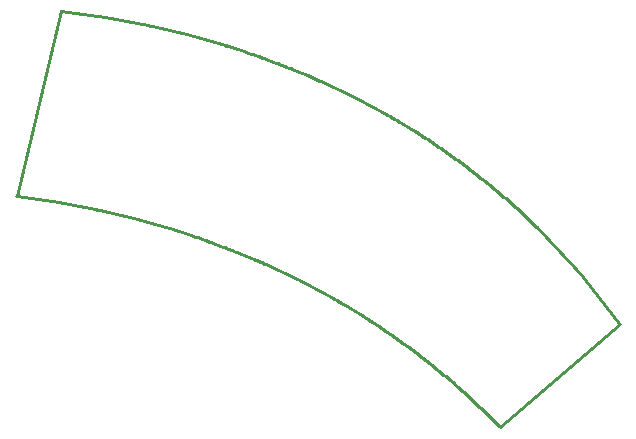
<source format=gko>
G04*
G04 #@! TF.GenerationSoftware,Altium Limited,Altium Designer,22.1.2 (22)*
G04*
G04 Layer_Color=16777215*
%FSAX25Y25*%
%MOIN*%
G70*
G04*
G04 #@! TF.SameCoordinates,556F6484-80C5-4885-8F5C-664A24EEE505*
G04*
G04*
G04 #@! TF.FilePolarity,Positive*
G04*
G01*
G75*
%ADD50C,0.01000*%
D50*
X1203684Y1171649D02*
G03*
X1174298Y1176361I-0062202J-0293974D01*
G01*
X1320669Y1037852D02*
G03*
X1318194Y1040324I-0135251J-0132911D01*
G01*
X1265039Y1080760D02*
G03*
X1242638Y1092056I-0128859J-0227671D01*
G01*
X1217426Y1101833D02*
G03*
X1211551Y1103717I-0089622J-0269369D01*
G01*
X1211197Y1103826D02*
G03*
X1186392Y1110263I-0085498J-0278466D01*
G01*
X1185981Y1110350D02*
G03*
X1159516Y1114726I-0062200J-0293974D01*
G01*
X1274558Y1075089D02*
G03*
X1269161Y1078374I-0133562J-0213395D01*
G01*
X1292258Y1136389D02*
G03*
X1286861Y1139674I-0133562J-0213395D01*
G01*
X1228897Y1165126D02*
G03*
X1204092Y1171563I-0085498J-0278466D01*
G01*
X1235126Y1163133D02*
G03*
X1229251Y1165017I-0089622J-0269369D01*
G01*
X1360615Y1072031D02*
G03*
X1333226Y1104180I-0192801J-0136511D01*
G01*
X1282739Y1142060D02*
G03*
X1260338Y1153356I-0128859J-0227671D01*
G01*
X1315250Y1043150D02*
X1318194Y1040324D01*
X1315250Y1043150D02*
X1315526Y1042880D01*
X1315129Y1043269D02*
X1315250Y1043150D01*
X1315129Y1043269D02*
X1315250Y1043150D01*
X1315020Y1043375D02*
X1315129Y1043269D01*
X1314343Y1044032D02*
X1315020Y1043375D01*
X1313663Y1044686D02*
X1314343Y1044032D01*
X1312981Y1045338D02*
X1313663Y1044686D01*
X1312296Y1045987D02*
X1312981Y1045338D01*
X1311686Y1046561D02*
X1312296Y1045987D01*
X1311073Y1047133D02*
X1311686Y1046561D01*
X1310458Y1047703D02*
X1311073Y1047133D01*
X1309841Y1048271D02*
X1310458Y1047703D01*
X1309222Y1048837D02*
X1309841Y1048271D01*
X1203681Y1171650D02*
X1204092Y1171563D01*
X1159538Y1114781D02*
X1174353Y1176395D01*
X1320635Y1037866D02*
X1360591Y1072058D01*
X1242016Y1092333D02*
X1242036Y1092324D01*
X1241661Y1092490D02*
X1241728Y1092460D01*
X1241595Y1092519D02*
X1241661Y1092490D01*
X1241186Y1092699D02*
X1242036Y1092324D01*
X1241532Y1092547D02*
X1241595Y1092519D01*
X1241468Y1092575D02*
X1241532Y1092547D01*
X1241407Y1092602D02*
X1241468Y1092575D01*
X1241347Y1092628D02*
X1241407Y1092602D01*
X1241290Y1092653D02*
X1241347Y1092628D01*
X1241942Y1092366D02*
X1242016Y1092333D01*
X1241868Y1092398D02*
X1241942Y1092366D01*
X1241796Y1092430D02*
X1241868Y1092398D01*
X1241728Y1092460D02*
X1241796Y1092430D01*
X1241188Y1092698D02*
X1241238Y1092676D01*
X1238782Y1093740D02*
X1239480Y1093441D01*
X1239297Y1093519D02*
X1239370Y1093488D01*
X1239223Y1093551D02*
X1239297Y1093519D01*
X1239149Y1093583D02*
X1239223Y1093551D01*
X1239074Y1093615D02*
X1239149Y1093583D01*
X1238999Y1093647D02*
X1239074Y1093615D01*
X1238924Y1093679D02*
X1238999Y1093647D01*
X1238782Y1093740D02*
X1238924Y1093679D01*
X1237771Y1094170D02*
X1238627Y1093806D01*
X1236914Y1094530D02*
X1237771Y1094170D01*
X1236056Y1094887D02*
X1236914Y1094530D01*
X1235197Y1095242D02*
X1236056Y1094887D01*
X1234336Y1095593D02*
X1235197Y1095242D01*
X1231477Y1096737D02*
X1231533Y1096715D01*
X1232613Y1096287D02*
X1232674Y1096263D01*
X1231747Y1096630D02*
X1232611Y1096288D01*
X1231746Y1096631D02*
X1231747Y1096630D01*
X1231720Y1096641D02*
X1231746Y1096631D01*
X1231655Y1096667D02*
X1231720Y1096641D01*
X1231592Y1096692D02*
X1231655Y1096667D01*
X1231533Y1096715D02*
X1231592Y1096692D01*
X1233474Y1095942D02*
X1234336Y1095593D01*
X1233107Y1096089D02*
X1233474Y1095942D01*
X1232751Y1096232D02*
X1233107Y1096089D01*
X1232613Y1096287D02*
X1233107Y1096089D01*
X1232674Y1096263D02*
X1232751Y1096232D01*
X1232611Y1096288D02*
X1232613Y1096287D01*
X1239370Y1093488D02*
X1239445Y1093456D01*
X1240232Y1093115D02*
X1240284Y1093093D01*
X1240119Y1093164D02*
X1240178Y1093139D01*
X1239997Y1093217D02*
X1240059Y1093190D01*
X1239483Y1093439D02*
X1240335Y1093071D01*
X1239869Y1093273D02*
X1239934Y1093245D01*
X1239802Y1093301D02*
X1239869Y1093273D01*
X1239735Y1093331D02*
X1239802Y1093301D01*
X1239666Y1093361D02*
X1239735Y1093331D01*
X1239593Y1093392D02*
X1239666Y1093361D01*
X1239483Y1093439D02*
X1239520Y1093423D01*
X1239480Y1093441D02*
X1239483Y1093439D01*
X1239445Y1093456D02*
X1239480Y1093441D01*
X1240178Y1093139D02*
X1240232Y1093115D01*
X1240766Y1092883D02*
X1240770Y1092881D01*
X1240772Y1092880D02*
X1240773Y1092880D01*
X1240770Y1092881D02*
X1240772Y1092880D01*
X1240939Y1092807D02*
X1240973Y1092792D01*
X1240909Y1092820D02*
X1240939Y1092807D01*
X1240881Y1092832D02*
X1240909Y1092820D01*
X1240857Y1092843D02*
X1240881Y1092832D01*
X1240836Y1092852D02*
X1240857Y1092843D01*
X1240817Y1092861D02*
X1240836Y1092852D01*
X1240801Y1092867D02*
X1240817Y1092861D01*
X1240789Y1092873D02*
X1240801Y1092867D01*
X1240773Y1092880D02*
X1240775Y1092879D01*
X1240780Y1092877D01*
X1240789Y1092873D01*
X1240771Y1092880D02*
X1241186Y1092699D01*
X1240695Y1092914D02*
X1240716Y1092905D01*
X1240758Y1092886D02*
X1240766Y1092883D01*
X1240747Y1092891D02*
X1240758Y1092886D01*
X1240733Y1092897D02*
X1240747Y1092891D01*
X1240716Y1092905D02*
X1240733Y1092897D01*
X1240671Y1092924D02*
X1240695Y1092914D01*
X1240645Y1092935D02*
X1240671Y1092924D01*
X1240617Y1092948D02*
X1240645Y1092935D01*
X1240585Y1092962D02*
X1240617Y1092948D01*
X1240551Y1092977D02*
X1240585Y1092962D01*
X1240335Y1093071D02*
X1240771Y1092880D01*
X1240512Y1092993D02*
X1240551Y1092977D01*
X1240471Y1093011D02*
X1240512Y1092993D01*
X1240428Y1093030D02*
X1240471Y1093011D01*
X1240382Y1093050D02*
X1240428Y1093030D01*
X1240334Y1093071D02*
X1240382Y1093050D01*
X1242036Y1092324D02*
X1242037Y1092323D01*
X1242393Y1092166D02*
X1242638Y1092056D01*
X1242392Y1092166D02*
X1242638Y1092056D01*
X1242316Y1092200D02*
X1242392Y1092166D01*
X1242241Y1092233D02*
X1242316Y1092200D01*
X1242038Y1092323D02*
X1242393Y1092166D01*
X1242166Y1092266D02*
X1242241Y1092233D01*
X1242091Y1092299D02*
X1242166Y1092266D01*
X1242038Y1092323D02*
X1242091Y1092299D01*
X1242037Y1092323D02*
X1242038Y1092323D01*
X1241011Y1092775D02*
X1241052Y1092758D01*
X1240973Y1092792D02*
X1241011Y1092775D01*
X1241096Y1092738D02*
X1241140Y1092719D01*
X1241052Y1092758D02*
X1241096Y1092738D01*
X1277994Y1072899D02*
X1278014Y1072886D01*
X1278034Y1072873D02*
X1278762Y1072399D01*
X1277994Y1072899D02*
X1278014Y1072886D01*
X1278034Y1072873D01*
X1278762Y1072399D02*
X1279488Y1071922D01*
X1280212Y1071443D01*
X1280937Y1070959D01*
X1281661Y1070473D01*
X1282384Y1069984D01*
X1283104Y1069493D01*
X1283823Y1068998D01*
X1284540Y1068502D01*
X1285252Y1068005D01*
X1276575Y1073814D02*
X1276575Y1073813D01*
X1276566Y1073819D02*
X1276574Y1073814D01*
X1276539Y1073836D02*
X1276566Y1073819D01*
X1276515Y1073851D02*
X1276539Y1073836D01*
X1276494Y1073865D02*
X1276515Y1073851D01*
X1276475Y1073877D02*
X1276494Y1073865D01*
X1276575Y1073813D02*
X1277305Y1073344D01*
X1276427Y1073908D02*
X1276430Y1073906D01*
X1276335Y1073966D02*
X1276356Y1073953D01*
X1276375Y1073941D01*
X1276403Y1073923D02*
X1276413Y1073917D01*
X1276390Y1073931D02*
X1276403Y1073923D01*
X1276375Y1073941D02*
X1276390Y1073931D01*
X1276413Y1073917D02*
X1276420Y1073912D01*
X1276425Y1073909D02*
X1276427Y1073908D01*
X1276420Y1073912D02*
X1276424Y1073910D01*
X1276425Y1073909D01*
X1275109Y1074743D02*
X1275842Y1074280D01*
X1275893Y1074248D02*
X1275942Y1074217D01*
X1275843Y1074280D02*
X1275893Y1074248D01*
X1275842Y1074280D02*
X1275843Y1074280D01*
X1275942Y1074217D02*
X1275989Y1074187D01*
X1276034Y1074158D01*
X1276077Y1074131D01*
X1276459Y1073887D02*
X1276475Y1073877D01*
X1276430Y1073906D02*
X1276436Y1073902D01*
X1276446Y1073895D01*
X1276459Y1073887D01*
X1277919Y1072948D02*
X1277994Y1072899D01*
X1277337Y1073324D02*
X1277405Y1073281D01*
X1277305Y1073344D02*
X1277307Y1073344D01*
X1277307Y1073344D02*
X1277337Y1073324D01*
X1277405Y1073281D02*
X1277476Y1073234D01*
X1277549Y1073188D01*
X1277622Y1073140D01*
X1277307Y1073344D02*
X1277994Y1072899D01*
X1277622Y1073140D02*
X1277697Y1073092D01*
X1277770Y1073044D01*
X1277844Y1072996D01*
X1277919Y1072948D01*
X1276077Y1074131D02*
X1276118Y1074105D01*
X1276157Y1074080D01*
X1276193Y1074057D01*
X1275843Y1074280D02*
X1276575Y1073814D01*
X1276193Y1074057D02*
X1276227Y1074035D01*
X1276258Y1074016D01*
X1276286Y1073998D01*
X1276312Y1073981D01*
X1276335Y1073966D01*
X1297870Y1058542D02*
X1298657Y1057908D01*
X1301001Y1055987D02*
X1301773Y1055343D01*
X1302543Y1054696D01*
X1303310Y1054045D01*
X1305468Y1052184D02*
X1306099Y1051632D01*
X1307979Y1049961D02*
X1308601Y1049400D01*
X1300222Y1056631D02*
X1301001Y1055987D01*
X1299441Y1057271D02*
X1300222Y1056631D01*
X1298657Y1057908D02*
X1299441Y1057271D01*
X1306727Y1051077D02*
X1307354Y1050521D01*
X1306099Y1051632D02*
X1306727Y1051077D01*
X1307354Y1050521D02*
X1307979Y1049961D01*
X1308601Y1049400D02*
X1309222Y1048837D01*
X1285252Y1068005D02*
X1285963Y1067505D01*
X1286671Y1067003D01*
X1287378Y1066499D01*
X1288083Y1065992D01*
X1288786Y1065482D01*
X1304074Y1053391D02*
X1304836Y1052734D01*
X1303310Y1054045D02*
X1304074Y1053391D01*
X1304836Y1052734D02*
X1305468Y1052184D01*
X1288786Y1065482D02*
X1289488Y1064970D01*
X1290187Y1064456D01*
X1290885Y1063939D01*
X1291581Y1063419D01*
X1292275Y1062897D01*
X1293658Y1061845D02*
X1294346Y1061316D01*
X1292275Y1062897D02*
X1292967Y1062372D01*
X1293658Y1061845D01*
X1294346Y1061316D02*
X1295033Y1060784D01*
X1296400Y1059712D02*
X1297081Y1059173D01*
X1295717Y1060249D02*
X1296400Y1059712D01*
X1295033Y1060784D02*
X1295717Y1060249D01*
X1297081Y1059173D02*
X1297870Y1058542D01*
X1217691Y1101745D02*
X1218189Y1101578D01*
X1211197Y1103826D02*
X1211551Y1103717D01*
X1217426Y1101833D02*
X1217691Y1101745D01*
X1185981Y1110350D02*
X1186392Y1110263D01*
X1230914Y1096958D02*
X1230915Y1096957D01*
X1230921Y1096955D02*
X1230929Y1096952D01*
X1230917Y1096957D02*
X1230921Y1096955D01*
X1230915Y1096957D02*
X1230917Y1096957D01*
X1230929Y1096952D02*
X1230940Y1096948D01*
X1230972Y1096935D02*
X1230993Y1096927D01*
X1230954Y1096942D02*
X1230972Y1096935D01*
X1230940Y1096948D02*
X1230954Y1096942D01*
X1231422Y1096759D02*
X1231477Y1096737D01*
X1231370Y1096779D02*
X1231422Y1096759D01*
X1231271Y1096818D02*
X1231319Y1096799D01*
X1231225Y1096836D02*
X1231271Y1096818D01*
X1231182Y1096853D02*
X1231225Y1096836D01*
X1231144Y1096868D02*
X1231182Y1096853D01*
X1231108Y1096882D02*
X1231144Y1096868D01*
X1231075Y1096895D02*
X1231108Y1096882D01*
X1231045Y1096906D02*
X1231075Y1096895D01*
X1231018Y1096917D02*
X1231045Y1096906D01*
X1230993Y1096927D02*
X1231018Y1096917D01*
X1230836Y1096988D02*
X1230858Y1096980D01*
X1230812Y1096998D02*
X1230836Y1096988D01*
X1230786Y1097008D02*
X1230812Y1096998D01*
X1230756Y1097019D02*
X1230786Y1097008D01*
X1230649Y1097061D02*
X1230688Y1097046D01*
X1230724Y1097032D01*
X1230756Y1097019D01*
X1230607Y1097077D02*
X1230649Y1097061D01*
X1230515Y1097113D02*
X1230563Y1097095D01*
X1230415Y1097152D02*
X1230466Y1097132D01*
X1230362Y1097173D02*
X1230415Y1097152D01*
X1230017Y1097307D02*
X1230882Y1096970D01*
X1225656Y1098952D02*
X1226532Y1098628D01*
X1223023Y1099905D02*
X1223182Y1099848D01*
X1224341Y1099432D02*
X1224999Y1099193D01*
X1223682Y1099669D02*
X1224341Y1099432D01*
X1223182Y1099848D02*
X1223682Y1099669D01*
X1224999Y1099193D02*
X1225656Y1098952D01*
X1222506Y1100089D02*
X1223023Y1099905D01*
X1222219Y1100190D02*
X1222506Y1100089D01*
X1221414Y1100473D02*
X1222219Y1100190D01*
X1220609Y1100753D02*
X1221414Y1100473D01*
X1219803Y1101030D02*
X1220609Y1100753D01*
X1218997Y1101305D02*
X1219803Y1101030D01*
X1218189Y1101578D02*
X1218997Y1101305D01*
X1230875Y1096973D02*
X1230890Y1096967D01*
X1230909Y1096960D02*
X1230914Y1096958D01*
X1230901Y1096963D02*
X1230909Y1096960D01*
X1230890Y1096967D02*
X1230901Y1096963D01*
X1230858Y1096980D02*
X1230875Y1096973D01*
X1230017Y1097307D02*
X1230056Y1097291D01*
X1230306Y1097195D02*
X1230362Y1097173D01*
X1230247Y1097218D02*
X1230306Y1097195D01*
X1230185Y1097241D02*
X1230247Y1097218D01*
X1230122Y1097266D02*
X1230185Y1097241D01*
X1230056Y1097291D02*
X1230122Y1097266D01*
X1230016Y1097307D02*
X1230017Y1097307D01*
X1229148Y1097641D02*
X1230016Y1097307D01*
X1229147Y1097642D02*
X1229148Y1097641D01*
X1229128Y1097649D02*
X1229147Y1097642D01*
X1226532Y1098628D02*
X1227406Y1098302D01*
X1228279Y1097972D01*
X1228628Y1097840D02*
X1228908Y1097733D01*
X1229054Y1097677D02*
X1229128Y1097649D01*
X1228908Y1097733D02*
X1229147Y1097642D01*
X1228981Y1097705D02*
X1229054Y1097677D01*
X1228908Y1097733D02*
X1228981Y1097705D01*
X1228628Y1097840D02*
X1228908Y1097733D01*
X1228279Y1097972D02*
X1228628Y1097840D01*
X1265390Y1080560D02*
X1265419Y1080544D01*
X1265039Y1080760D02*
X1265315Y1080603D01*
X1265315Y1080603D02*
X1265390Y1080560D01*
X1265315Y1080603D02*
X1265419Y1080544D01*
X1265421Y1080543D01*
X1266178Y1080111D01*
X1265039Y1080760D02*
X1265315Y1080603D01*
X1269130Y1078392D02*
X1269161Y1078374D01*
X1268434Y1078802D02*
X1268451Y1078792D01*
X1268522Y1078750D01*
X1268597Y1078706D01*
X1269054Y1078437D02*
X1269130Y1078392D01*
X1268978Y1078481D02*
X1269054Y1078437D01*
X1268902Y1078526D02*
X1268978Y1078481D01*
X1268827Y1078571D02*
X1268902Y1078526D01*
X1268435Y1078802D02*
X1269161Y1078374D01*
X1268750Y1078616D02*
X1268827Y1078571D01*
X1268673Y1078661D02*
X1268750Y1078616D01*
X1268597Y1078706D02*
X1268673Y1078661D01*
X1268433Y1078802D02*
X1268435Y1078802D01*
X1267661Y1079254D02*
X1267683Y1079241D01*
X1267616Y1079280D02*
X1267661Y1079254D01*
X1267574Y1079305D02*
X1267616Y1079280D01*
X1267537Y1079326D02*
X1267574Y1079305D01*
X1267684Y1079240D02*
X1268433Y1078802D01*
X1267683Y1079241D02*
X1267684Y1079240D01*
X1267323Y1079451D02*
X1267324Y1079450D01*
X1267309Y1079458D02*
X1267317Y1079454D01*
X1267321Y1079451D01*
X1267323Y1079451D01*
X1266178Y1080111D02*
X1266933Y1079676D01*
X1266934Y1079675D02*
X1266959Y1079661D01*
X1267001Y1079637D02*
X1267042Y1079613D01*
X1266933Y1079676D02*
X1266934Y1079676D01*
X1267503Y1079346D02*
X1267537Y1079326D01*
X1267299Y1079464D02*
X1267309Y1079458D01*
X1266934Y1079676D02*
X1267683Y1079241D01*
X1267286Y1079472D02*
X1267299Y1079464D01*
X1267270Y1079481D02*
X1267286Y1079472D01*
X1267250Y1079492D02*
X1267270Y1079481D01*
X1267115Y1079571D02*
X1267148Y1079552D01*
X1267080Y1079591D02*
X1267115Y1079571D01*
X1267042Y1079613D02*
X1267080Y1079591D01*
X1267228Y1079505D02*
X1267250Y1079492D01*
X1267204Y1079519D02*
X1267228Y1079505D01*
X1267177Y1079535D02*
X1267204Y1079519D01*
X1267148Y1079552D02*
X1267177Y1079535D01*
X1266959Y1079661D02*
X1267001Y1079637D01*
X1267472Y1079364D02*
X1267503Y1079346D01*
X1267443Y1079380D02*
X1267472Y1079364D01*
X1267417Y1079396D02*
X1267443Y1079380D01*
X1267394Y1079409D02*
X1267417Y1079396D01*
X1267374Y1079421D02*
X1267394Y1079409D01*
X1267357Y1079430D02*
X1267374Y1079421D01*
X1267324Y1079450D02*
X1267328Y1079447D01*
X1267335Y1079443D02*
X1267345Y1079438D01*
X1267328Y1079447D02*
X1267335Y1079443D01*
X1267345Y1079438D02*
X1267357Y1079430D01*
X1274700Y1075000D02*
X1274776Y1074953D01*
X1274851Y1074905D01*
X1274558Y1075089D02*
X1275107Y1074745D01*
X1274851Y1074905D02*
X1274926Y1074858D01*
X1275001Y1074811D01*
X1275075Y1074764D01*
X1275107Y1074745D01*
X1275107Y1074745D02*
X1275109Y1074743D01*
X1274558Y1075089D02*
X1274700Y1075000D01*
X1292258Y1136389D02*
X1292400Y1136300D01*
X1292807Y1136045D02*
X1292809Y1136043D01*
X1292775Y1136064D02*
X1292807Y1136045D01*
X1292701Y1136111D02*
X1292775Y1136064D01*
X1292626Y1136158D02*
X1292701Y1136111D01*
X1292551Y1136205D02*
X1292626Y1136158D01*
X1292258Y1136389D02*
X1292807Y1136045D01*
X1292476Y1136253D02*
X1292551Y1136205D01*
X1292400Y1136300D02*
X1292476Y1136253D01*
X1285045Y1140738D02*
X1285057Y1140730D01*
X1285028Y1140747D02*
X1285035Y1140743D01*
X1285045Y1140738D01*
X1285024Y1140750D02*
X1285028Y1140747D01*
X1285057Y1140730D02*
X1285074Y1140721D01*
X1285094Y1140709D01*
X1285117Y1140696D01*
X1285143Y1140680D01*
X1285172Y1140664D01*
X1285203Y1140646D01*
X1284659Y1140961D02*
X1284701Y1140937D01*
X1284848Y1140852D02*
X1284877Y1140835D01*
X1284904Y1140819D01*
X1284928Y1140805D01*
X1284950Y1140792D01*
X1284742Y1140913D02*
X1284780Y1140891D01*
X1284815Y1140871D01*
X1284848Y1140852D01*
X1284950Y1140792D02*
X1284970Y1140781D01*
X1284986Y1140772D01*
X1284999Y1140764D01*
X1284634Y1140976D02*
X1285383Y1140541D01*
X1284999Y1140764D02*
X1285009Y1140758D01*
X1285203Y1140646D02*
X1285237Y1140626D01*
X1284633Y1140976D02*
X1284634Y1140976D01*
X1284701Y1140937D02*
X1284742Y1140913D01*
X1284634Y1140975D02*
X1284659Y1140961D01*
X1283878Y1141411D02*
X1284633Y1140976D01*
X1285021Y1140751D02*
X1285023Y1140751D01*
X1285017Y1140754D02*
X1285021Y1140751D01*
X1285009Y1140758D02*
X1285017Y1140754D01*
X1285023Y1140751D02*
X1285024Y1140750D01*
X1285383Y1140541D02*
X1285384Y1140540D01*
X1286133Y1140102D01*
X1285237Y1140626D02*
X1285274Y1140605D01*
X1285316Y1140580D01*
X1285361Y1140554D01*
X1285383Y1140541D01*
X1286133Y1140102D02*
X1286135Y1140102D01*
X1286297Y1140006D02*
X1286373Y1139961D01*
X1286450Y1139916D01*
X1286527Y1139871D01*
X1286135Y1140102D02*
X1286861Y1139674D01*
X1286527Y1139871D02*
X1286602Y1139826D01*
X1286678Y1139781D01*
X1286754Y1139737D01*
X1286830Y1139692D01*
X1286222Y1140050D02*
X1286297Y1140006D01*
X1286151Y1140092D02*
X1286222Y1140050D01*
X1286134Y1140102D02*
X1286151Y1140092D01*
X1286830Y1139692D02*
X1286861Y1139674D01*
X1282739Y1142060D02*
X1283015Y1141903D01*
X1283121Y1141843D02*
X1283878Y1141411D01*
X1283119Y1141844D02*
X1283121Y1141843D01*
X1283015Y1141903D02*
X1283119Y1141844D01*
X1283015Y1141903D02*
X1283090Y1141860D01*
X1282739Y1142060D02*
X1283015Y1141903D01*
X1283090Y1141860D02*
X1283119Y1141844D01*
X1245979Y1159272D02*
X1246328Y1159140D01*
X1246608Y1159033D01*
X1246608Y1159033D02*
X1246681Y1159005D01*
X1246754Y1158977D01*
X1246608Y1159033D02*
X1246847Y1158942D01*
X1246754Y1158977D02*
X1246828Y1158949D01*
X1246328Y1159140D02*
X1246608Y1159033D01*
X1245106Y1159602D02*
X1245979Y1159272D01*
X1244232Y1159928D02*
X1245106Y1159602D01*
X1246828Y1158949D02*
X1246847Y1158942D01*
X1246847D02*
X1246848Y1158941D01*
X1247716Y1158607D01*
X1247717Y1158607D01*
X1247756Y1158591D02*
X1247822Y1158566D01*
X1247885Y1158541D01*
X1247947Y1158518D01*
X1248006Y1158495D01*
X1248062Y1158473D01*
X1247717Y1158607D02*
X1247756Y1158591D01*
X1248558Y1158280D02*
X1248575Y1158273D01*
X1248590Y1158267D02*
X1248601Y1158263D01*
X1248609Y1158260D01*
X1248614Y1158258D01*
X1248575Y1158273D02*
X1248590Y1158267D01*
X1235889Y1162878D02*
X1236697Y1162605D01*
X1237503Y1162330D01*
X1238309Y1162053D01*
X1239114Y1161773D01*
X1239919Y1161490D01*
X1240206Y1161388D01*
X1240723Y1161205D01*
X1242699Y1160493D02*
X1243356Y1160252D01*
X1240882Y1161148D02*
X1241382Y1160969D01*
X1242041Y1160732D01*
X1242699Y1160493D01*
X1240723Y1161205D02*
X1240882Y1161148D01*
X1243356Y1160252D02*
X1244232Y1159928D01*
X1247717Y1158607D02*
X1248582Y1158270D01*
X1248062Y1158473D02*
X1248115Y1158452D01*
X1248166Y1158432D01*
X1248215Y1158413D01*
X1248263Y1158395D01*
X1248307Y1158377D01*
X1248349Y1158361D01*
X1248424Y1158332D02*
X1248456Y1158319D01*
X1248388Y1158346D02*
X1248424Y1158332D01*
X1248349Y1158361D02*
X1248388Y1158346D01*
X1248456Y1158319D02*
X1248486Y1158308D01*
X1248512Y1158298D01*
X1248536Y1158288D01*
X1248558Y1158280D01*
X1248693Y1158227D02*
X1248718Y1158217D01*
X1248745Y1158206D01*
X1248775Y1158195D01*
X1248808Y1158182D01*
X1248844Y1158168D01*
X1248882Y1158153D01*
X1248925Y1158136D01*
X1248971Y1158118D01*
X1249019Y1158099D01*
X1248582Y1158270D02*
X1249446Y1157931D01*
X1249019Y1158099D02*
X1249070Y1158079D01*
X1249122Y1158059D01*
X1249177Y1158037D01*
X1248640Y1158248D02*
X1248654Y1158242D01*
X1248672Y1158235D01*
X1248693Y1158227D01*
X1248629Y1158252D02*
X1248640Y1158248D01*
X1248615Y1158257D02*
X1248617Y1158257D01*
X1248621Y1158255D01*
X1248629Y1158252D01*
X1248614Y1158258D02*
X1248615Y1158257D01*
X1235126Y1163133D02*
X1235391Y1163045D01*
X1228897Y1165126D02*
X1229251Y1165017D01*
X1235391Y1163045D02*
X1235889Y1162878D01*
X1314781Y1120473D02*
X1315570Y1119842D01*
X1312733Y1122084D02*
X1313417Y1121549D01*
X1314100Y1121012D01*
X1314781Y1120473D01*
X1312046Y1122616D02*
X1312733Y1122084D01*
X1310667Y1123672D02*
X1311358Y1123145D01*
X1309975Y1124197D02*
X1310667Y1123672D01*
X1311358Y1123145D02*
X1312046Y1122616D01*
X1309281Y1124719D02*
X1309975Y1124197D01*
X1308585Y1125239D02*
X1309281Y1124719D01*
X1307887Y1125756D02*
X1308585Y1125239D01*
X1307188Y1126270D02*
X1307887Y1125756D01*
X1306486Y1126782D02*
X1307188Y1126270D01*
X1332950Y1104450D02*
X1333226Y1104180D01*
X1332829Y1104569D02*
X1332950Y1104450D01*
X1332829Y1104569D02*
X1332950Y1104450D01*
X1332950Y1104450D02*
X1333226Y1104180D01*
X1322536Y1114034D02*
X1323168Y1113484D01*
X1321010Y1115345D02*
X1321774Y1114691D01*
X1322536Y1114034D01*
X1305783Y1127292D02*
X1306486Y1126782D01*
X1305078Y1127799D02*
X1305783Y1127292D01*
X1304371Y1128303D02*
X1305078Y1127799D01*
X1303663Y1128805D02*
X1304371Y1128303D01*
X1302952Y1129305D02*
X1303663Y1128805D01*
X1332720Y1104675D02*
X1332829Y1104569D01*
X1331363Y1105986D02*
X1332043Y1105332D01*
X1332720Y1104675D01*
X1330681Y1106638D02*
X1331363Y1105986D01*
X1326301Y1110700D02*
X1326922Y1110137D01*
X1325054Y1111821D02*
X1325679Y1111261D01*
X1323799Y1112932D02*
X1324427Y1112377D01*
X1325054Y1111821D01*
X1316357Y1119208D02*
X1317141Y1118571D01*
X1317922Y1117931D01*
X1318701Y1117287D01*
X1328773Y1108433D02*
X1329386Y1107861D01*
X1329996Y1107287D01*
X1330681Y1106638D01*
X1328158Y1109003D02*
X1328773Y1108433D01*
X1326922Y1110137D02*
X1327541Y1109571D01*
X1328158Y1109003D01*
X1325679Y1111261D02*
X1326301Y1110700D01*
X1323168Y1113484D02*
X1323799Y1112932D01*
X1320243Y1115996D02*
X1321010Y1115345D01*
X1319473Y1116643D02*
X1320243Y1115996D01*
X1318701Y1117287D02*
X1319473Y1116643D01*
X1315570Y1119842D02*
X1316357Y1119208D01*
X1294012Y1135281D02*
X1294035Y1135266D01*
X1293986Y1135298D02*
X1294012Y1135281D01*
X1293958Y1135316D02*
X1293986Y1135298D01*
X1293927Y1135335D02*
X1293958Y1135316D01*
X1293893Y1135357D02*
X1293927Y1135335D01*
X1293543Y1135580D02*
X1294275Y1135114D01*
X1293857Y1135380D02*
X1293893Y1135357D01*
X1293818Y1135405D02*
X1293857Y1135380D01*
X1293777Y1135431D02*
X1293818Y1135405D01*
X1295544Y1134296D02*
X1295619Y1134248D01*
X1295470Y1134344D02*
X1295544Y1134296D01*
X1295397Y1134392D02*
X1295470Y1134344D01*
X1295322Y1134440D02*
X1295397Y1134392D01*
X1295007Y1134644D02*
X1295694Y1134199D01*
X1295249Y1134488D02*
X1295322Y1134440D01*
X1295176Y1134534D02*
X1295249Y1134488D01*
X1295105Y1134581D02*
X1295176Y1134534D01*
X1295007Y1134644D02*
X1295037Y1134624D01*
X1295005Y1134644D02*
X1295007Y1134644D01*
X1295037Y1134624D02*
X1295105Y1134581D01*
X1295619Y1134248D02*
X1295694Y1134199D01*
X1294146Y1135196D02*
X1294159Y1135187D01*
X1294136Y1135202D02*
X1294146Y1135196D01*
X1294130Y1135206D02*
X1294136Y1135202D01*
X1294159Y1135187D02*
X1294175Y1135177D01*
X1293734Y1135458D02*
X1293777Y1135431D01*
X1293689Y1135487D02*
X1293734Y1135458D01*
X1293642Y1135517D02*
X1293689Y1135487D01*
X1293542Y1135580D02*
X1293543Y1135580D01*
X1293543Y1135580D02*
X1293593Y1135548D01*
X1293642Y1135517D01*
X1292809Y1136043D02*
X1293542Y1135580D01*
X1294124Y1135210D02*
X1294125Y1135209D01*
X1294120Y1135212D02*
X1294124Y1135210D01*
X1294125Y1135209D02*
X1294127Y1135208D01*
X1294113Y1135217D02*
X1294120Y1135212D01*
X1294075Y1135241D02*
X1294090Y1135231D01*
X1294103Y1135223D01*
X1294113Y1135217D01*
X1294056Y1135253D02*
X1294075Y1135241D01*
X1294035Y1135266D02*
X1294056Y1135253D01*
X1294127Y1135208D02*
X1294130Y1135206D01*
X1294275Y1135113D02*
X1295005Y1134644D01*
X1294175Y1135177D02*
X1294194Y1135165D01*
X1294215Y1135151D01*
X1294239Y1135136D01*
X1294266Y1135119D01*
X1294274Y1135114D01*
X1294275Y1135114D02*
X1294275Y1135113D01*
X1302240Y1129802D02*
X1302952Y1129305D01*
X1301523Y1130298D02*
X1302240Y1129802D01*
X1300804Y1130793D02*
X1301523Y1130298D01*
X1300084Y1131284D02*
X1300804Y1130793D01*
X1299361Y1131773D02*
X1300084Y1131284D01*
X1298637Y1132259D02*
X1299361Y1131773D01*
X1297912Y1132743D02*
X1298637Y1132259D01*
X1297188Y1133222D02*
X1297912Y1132743D01*
X1296462Y1133699D02*
X1297188Y1133222D01*
X1295714Y1134186D02*
X1295734Y1134173D01*
X1295694Y1134199D02*
X1295714Y1134186D01*
X1295734Y1134173D02*
X1296462Y1133699D01*
X1295694Y1134199D02*
X1295714Y1134186D01*
X1258752Y1154058D02*
X1258796Y1154038D01*
X1258840Y1154019D01*
X1258673Y1154092D02*
X1258711Y1154075D01*
X1258752Y1154058D01*
X1259737Y1153623D02*
X1259738Y1153623D01*
X1259738Y1153623D02*
X1259791Y1153599D01*
X1259866Y1153566D01*
X1259941Y1153533D01*
X1259738Y1153623D02*
X1260093Y1153466D01*
X1259941Y1153533D02*
X1260016Y1153500D01*
X1260092Y1153466D01*
X1260338Y1153356D01*
X1260093Y1153466D02*
X1260338Y1153356D01*
X1259736Y1153624D02*
X1259737Y1153623D01*
X1258034Y1154371D02*
X1258082Y1154350D01*
X1258128Y1154330D01*
X1258171Y1154311D01*
X1258212Y1154293D01*
X1258251Y1154277D01*
X1258035Y1154371D02*
X1258471Y1154180D01*
X1258251Y1154277D02*
X1258285Y1154262D01*
X1258317Y1154248D01*
X1258345Y1154235D01*
X1258371Y1154224D01*
X1258395Y1154214D01*
X1258416Y1154205D02*
X1258433Y1154197D01*
X1258447Y1154191D01*
X1258458Y1154186D01*
X1258466Y1154183D01*
X1258395Y1154214D02*
X1258416Y1154205D01*
X1258471Y1154180D02*
X1258886Y1153999D01*
X1258480Y1154177D02*
X1258489Y1154173D01*
X1258475Y1154179D02*
X1258480Y1154177D01*
X1258473Y1154180D02*
X1258475Y1154179D01*
X1258489Y1154173D02*
X1258501Y1154167D01*
X1258517Y1154160D01*
X1258536Y1154152D01*
X1258557Y1154143D01*
X1258581Y1154132D01*
X1258609Y1154120D01*
X1258639Y1154107D01*
X1258673Y1154092D01*
X1258470Y1154181D02*
X1258472Y1154180D01*
X1258473Y1154180D01*
X1258466Y1154183D02*
X1258470Y1154181D01*
X1257878Y1154439D02*
X1257932Y1154415D01*
X1257145Y1154755D02*
X1257180Y1154741D01*
X1257180Y1154741D02*
X1257183Y1154739D01*
X1257183Y1154739D02*
X1257220Y1154723D01*
X1257293Y1154692D02*
X1257366Y1154661D01*
X1257435Y1154631D01*
X1257502Y1154601D01*
X1257569Y1154573D01*
X1257634Y1154545D01*
X1257183Y1154739D02*
X1258035Y1154371D01*
X1257697Y1154517D02*
X1257759Y1154490D01*
X1257819Y1154464D02*
X1257878Y1154439D01*
X1257932Y1154415D02*
X1257984Y1154393D01*
X1257070Y1154788D02*
X1257145Y1154755D01*
X1250311Y1157588D02*
X1250313Y1157587D01*
X1250374Y1157563D02*
X1250451Y1157532D01*
X1250313Y1157587D02*
X1250807Y1157389D01*
X1250451Y1157532D02*
X1250807Y1157389D01*
X1250807Y1157389D02*
X1251174Y1157242D01*
X1252036Y1156893D01*
X1249233Y1158015D02*
X1249292Y1157992D01*
X1249355Y1157967D01*
X1249420Y1157941D01*
X1249446Y1157931D01*
X1249446Y1157931D02*
X1249447Y1157930D01*
X1250311Y1157588D01*
X1250313Y1157587D02*
X1250374Y1157563D01*
X1249177Y1158037D02*
X1249233Y1158015D01*
X1252036Y1156893D02*
X1252897Y1156542D01*
X1253756Y1156187D01*
X1254614Y1155830D01*
X1255471Y1155470D01*
X1256327Y1155106D01*
X1256481Y1155040D02*
X1256624Y1154979D01*
X1256699Y1154947D01*
X1256774Y1154915D01*
X1256849Y1154883D01*
X1256923Y1154851D01*
X1256997Y1154819D01*
X1257070Y1154788D01*
X1256481Y1155040D02*
X1257180Y1154741D01*
X1258888Y1153998D02*
X1258938Y1153976D01*
X1259428Y1153760D02*
X1259496Y1153730D01*
X1259568Y1153698D01*
X1259641Y1153666D01*
X1259716Y1153633D01*
X1258990Y1153953D02*
X1259047Y1153928D01*
X1259107Y1153902D01*
X1259168Y1153875D01*
X1259232Y1153847D01*
X1259295Y1153819D01*
X1258886Y1153999D02*
X1259736Y1153624D01*
X1259295Y1153819D02*
X1259361Y1153790D01*
X1259428Y1153760D01*
X1259716Y1153633D02*
X1259736Y1153624D01*
M02*

</source>
